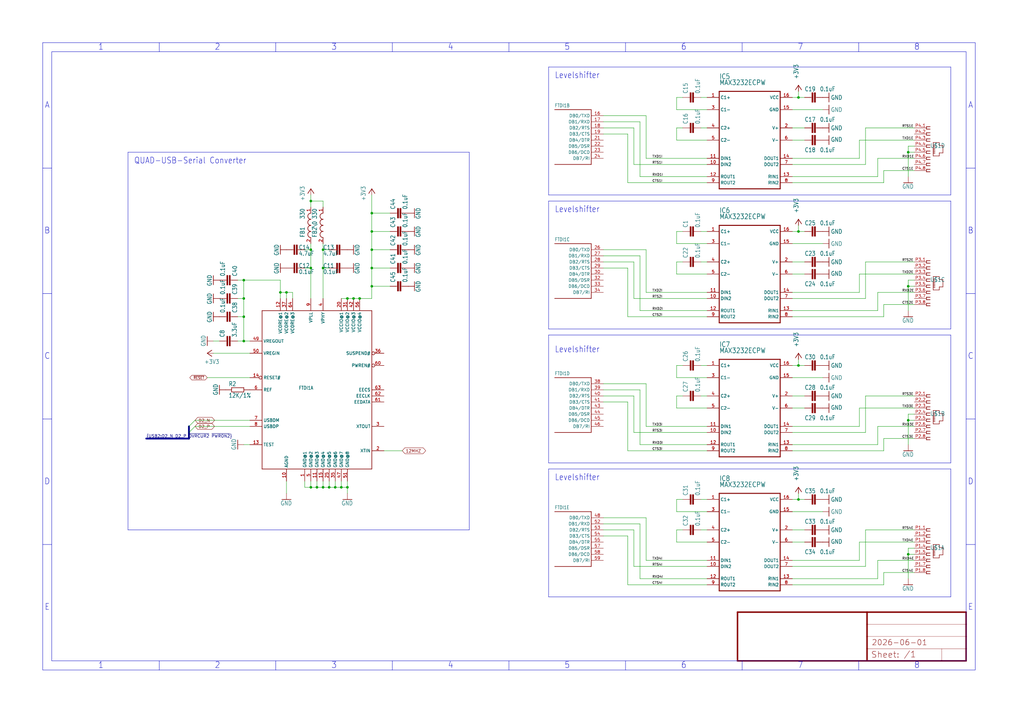
<source format=kicad_sch>
(kicad_sch (version 20230121) (generator eeschema)
  (paper "User" 426.72 299.872)
  (junction (at 119.38 121.92))
  (junction (at 137.16 203.2))
  (junction (at 378.46 119.38))
  (junction (at 101.6 142.24))
  (junction (at 101.6 116.84))
  (junction (at 154.94 88.9))
  (junction (at 134.62 104.14))
  (junction (at 378.46 231.14))
  (junction (at 332.74 152.4))
  (junction (at 332.74 40.64))
  (junction (at 144.78 124.46))
  (junction (at 129.54 203.2))
  (junction (at 116.84 121.92))
  (junction (at 332.74 96.52))
  (junction (at 378.46 63.5))
  (junction (at 129.54 111.76))
  (junction (at 142.24 203.2))
  (junction (at 139.7 203.2))
  (junction (at 144.78 203.2))
  (junction (at 147.32 124.46))
  (junction (at 154.94 96.52))
  (junction (at 129.54 83.82))
  (junction (at 149.86 124.46))
  (junction (at 134.62 111.76))
  (junction (at 101.6 132.08))
  (junction (at 332.74 208.28))
  (junction (at 154.94 104.14))
  (junction (at 129.54 104.14))
  (junction (at 101.6 124.46))
  (junction (at 132.08 203.2))
  (junction (at 154.94 111.76))
  (junction (at 154.94 119.38))
  (junction (at 134.62 203.2))
  (junction (at 378.46 175.26))
  (bus_entry (at 81.28 177.8) (size -2.54 2.54))
  (bus_entry (at 81.28 175.26) (size -2.54 2.54))
  (wire (pts (xy 332.74 40.64) (xy 335.28 40.64)) (stroke (width 0.1524)))
  (wire (pts (xy 368.3 187.96) (xy 368.3 182.88)) (stroke (width 0.1524)))
  (wire (pts (xy 284.48 109.22) (xy 281.94 109.22)) (stroke (width 0.1524)))
  (wire (pts (xy 261.62 55.88) (xy 251.46 55.88)) (stroke (width 0.1524)))
  (wire (pts (xy 129.54 83.82) (xy 134.62 83.82)) (stroke (width 0.1524)))
  (wire (pts (xy 127 203.2) (xy 129.54 203.2)) (stroke (width 0.1524)))
  (wire (pts (xy 381 175.26) (xy 378.46 175.26)) (stroke (width 0.1524)))
  (wire (pts (xy 104.14 142.24) (xy 101.6 142.24)) (stroke (width 0.1524)))
  (wire (pts (xy 132.08 203.2) (xy 134.62 203.2)) (stroke (width 0.1524)))
  (wire (pts (xy 101.6 185.42) (xy 104.14 185.42)) (stroke (width 0.1524)))
  (wire (pts (xy 261.62 187.96) (xy 261.62 167.64)) (stroke (width 0.1524)))
  (wire (pts (xy 119.38 200.66) (xy 119.38 205.74)) (stroke (width 0.1524)))
  (wire (pts (xy 144.78 124.46) (xy 142.24 124.46)) (stroke (width 0.1524)))
  (wire (pts (xy 294.64 243.84) (xy 261.62 243.84)) (stroke (width 0.1524)))
  (wire (pts (xy 330.2 185.42) (xy 365.76 185.42)) (stroke (width 0.1524)))
  (wire (pts (xy 269.24 215.9) (xy 251.46 215.9)) (stroke (width 0.1524)))
  (wire (pts (xy 365.76 66.04) (xy 381 66.04)) (stroke (width 0.1524)))
  (wire (pts (xy 129.54 81.28) (xy 129.54 83.82)) (stroke (width 0.1524)))
  (wire (pts (xy 88.9 142.24) (xy 91.44 142.24)) (stroke (width 0.1524)))
  (wire (pts (xy 335.28 114.3) (xy 330.2 114.3)) (stroke (width 0.1524)))
  (wire (pts (xy 342.9 101.6) (xy 330.2 101.6)) (stroke (width 0.1524)))
  (wire (pts (xy 368.3 127) (xy 381 127)) (stroke (width 0.1524)))
  (wire (pts (xy 269.24 233.68) (xy 269.24 215.9)) (stroke (width 0.1524)))
  (wire (pts (xy 134.62 83.82) (xy 134.62 86.36)) (stroke (width 0.1524)))
  (wire (pts (xy 330.2 187.96) (xy 368.3 187.96)) (stroke (width 0.1524)))
  (wire (pts (xy 378.46 60.96) (xy 378.46 63.5)) (stroke (width 0.1524)))
  (wire (pts (xy 154.94 111.76) (xy 162.56 111.76)) (stroke (width 0.1524)))
  (wire (pts (xy 281.94 53.34) (xy 281.94 58.42)) (stroke (width 0.1524)))
  (wire (pts (xy 378.46 228.6) (xy 378.46 231.14)) (stroke (width 0.1524)))
  (wire (pts (xy 269.24 104.14) (xy 251.46 104.14)) (stroke (width 0.1524)))
  (wire (pts (xy 99.06 124.46) (xy 101.6 124.46)) (stroke (width 0.1524)))
  (wire (pts (xy 269.24 121.92) (xy 269.24 104.14)) (stroke (width 0.1524)))
  (wire (pts (xy 281.94 96.52) (xy 281.94 101.6)) (stroke (width 0.1524)))
  (wire (pts (xy 335.28 109.22) (xy 330.2 109.22)) (stroke (width 0.1524)))
  (wire (pts (xy 292.1 40.64) (xy 294.64 40.64)) (stroke (width 0.1524)))
  (wire (pts (xy 365.76 121.92) (xy 381 121.92)) (stroke (width 0.1524)))
  (wire (pts (xy 251.46 53.34) (xy 264.16 53.34)) (stroke (width 0.1524)))
  (wire (pts (xy 99.06 142.24) (xy 101.6 142.24)) (stroke (width 0.1524)))
  (wire (pts (xy 294.64 114.3) (xy 281.94 114.3)) (stroke (width 0.1524)))
  (wire (pts (xy 294.64 187.96) (xy 261.62 187.96)) (stroke (width 0.1524)))
  (wire (pts (xy 358.14 66.04) (xy 330.2 66.04)) (stroke (width 0.1524)))
  (bus (pts (xy 78.74 177.8) (xy 78.74 180.34)) (stroke (width 0.762)))
  (wire (pts (xy 332.74 152.4) (xy 335.28 152.4)) (stroke (width 0.1524)))
  (wire (pts (xy 330.2 124.46) (xy 360.68 124.46)) (stroke (width 0.1524)))
  (wire (pts (xy 378.46 175.26) (xy 378.46 185.42)) (stroke (width 0.1524)))
  (wire (pts (xy 335.28 220.98) (xy 330.2 220.98)) (stroke (width 0.1524)))
  (wire (pts (xy 134.62 111.76) (xy 134.62 124.46)) (stroke (width 0.1524)))
  (wire (pts (xy 294.64 58.42) (xy 281.94 58.42)) (stroke (width 0.1524)))
  (wire (pts (xy 360.68 165.1) (xy 381 165.1)) (stroke (width 0.1524)))
  (wire (pts (xy 335.28 170.18) (xy 330.2 170.18)) (stroke (width 0.1524)))
  (wire (pts (xy 294.64 177.8) (xy 269.24 177.8)) (stroke (width 0.1524)))
  (wire (pts (xy 332.74 149.86) (xy 332.74 152.4)) (stroke (width 0.1524)))
  (polyline (pts (xy 228.6 27.94) (xy 228.6 81.28)) (stroke (width 0.1524) (type solid)))
  (polyline (pts (xy 53.34 63.5) (xy 53.34 220.98)) (stroke (width 0.1524) (type solid)))
  (wire (pts (xy 137.16 203.2) (xy 139.7 203.2)) (stroke (width 0.1524)))
  (wire (pts (xy 129.54 124.46) (xy 129.54 111.76)) (stroke (width 0.1524)))
  (wire (pts (xy 335.28 53.34) (xy 330.2 53.34)) (stroke (width 0.1524)))
  (wire (pts (xy 142.24 203.2) (xy 144.78 203.2)) (stroke (width 0.1524)))
  (wire (pts (xy 119.38 121.92) (xy 116.84 121.92)) (stroke (width 0.1524)))
  (wire (pts (xy 332.74 96.52) (xy 335.28 96.52)) (stroke (width 0.1524)))
  (wire (pts (xy 294.64 121.92) (xy 269.24 121.92)) (stroke (width 0.1524)))
  (wire (pts (xy 294.64 170.18) (xy 281.94 170.18)) (stroke (width 0.1524)))
  (wire (pts (xy 264.16 109.22) (xy 264.16 124.46)) (stroke (width 0.1524)))
  (wire (pts (xy 281.94 165.1) (xy 281.94 170.18)) (stroke (width 0.1524)))
  (wire (pts (xy 330.2 40.64) (xy 332.74 40.64)) (stroke (width 0.1524)))
  (wire (pts (xy 266.7 162.56) (xy 251.46 162.56)) (stroke (width 0.1524)))
  (wire (pts (xy 292.1 53.34) (xy 294.64 53.34)) (stroke (width 0.1524)))
  (wire (pts (xy 281.94 45.72) (xy 294.64 45.72)) (stroke (width 0.1524)))
  (wire (pts (xy 330.2 152.4) (xy 332.74 152.4)) (stroke (width 0.1524)))
  (wire (pts (xy 330.2 68.58) (xy 360.68 68.58)) (stroke (width 0.1524)))
  (wire (pts (xy 330.2 208.28) (xy 332.74 208.28)) (stroke (width 0.1524)))
  (wire (pts (xy 101.6 142.24) (xy 101.6 132.08)) (stroke (width 0.1524)))
  (wire (pts (xy 284.48 40.64) (xy 281.94 40.64)) (stroke (width 0.1524)))
  (wire (pts (xy 261.62 111.76) (xy 251.46 111.76)) (stroke (width 0.1524)))
  (polyline (pts (xy 228.6 248.92) (xy 396.24 248.92)) (stroke (width 0.1524) (type solid)))
  (wire (pts (xy 378.46 172.72) (xy 378.46 175.26)) (stroke (width 0.1524)))
  (wire (pts (xy 360.68 124.46) (xy 360.68 109.22)) (stroke (width 0.1524)))
  (wire (pts (xy 154.94 119.38) (xy 154.94 124.46)) (stroke (width 0.1524)))
  (wire (pts (xy 264.16 165.1) (xy 264.16 180.34)) (stroke (width 0.1524)))
  (wire (pts (xy 368.3 132.08) (xy 368.3 127)) (stroke (width 0.1524)))
  (wire (pts (xy 269.24 66.04) (xy 269.24 48.26)) (stroke (width 0.1524)))
  (wire (pts (xy 365.76 185.42) (xy 365.76 177.8)) (stroke (width 0.1524)))
  (wire (pts (xy 368.3 182.88) (xy 381 182.88)) (stroke (width 0.1524)))
  (polyline (pts (xy 228.6 195.58) (xy 228.6 248.92)) (stroke (width 0.1524) (type solid)))
  (wire (pts (xy 294.64 241.3) (xy 266.7 241.3)) (stroke (width 0.1524)))
  (wire (pts (xy 251.46 165.1) (xy 264.16 165.1)) (stroke (width 0.1524)))
  (polyline (pts (xy 195.58 220.98) (xy 195.58 63.5)) (stroke (width 0.1524) (type solid)))
  (wire (pts (xy 101.6 132.08) (xy 101.6 124.46)) (stroke (width 0.1524)))
  (wire (pts (xy 264.16 68.58) (xy 294.64 68.58)) (stroke (width 0.1524)))
  (wire (pts (xy 360.68 220.98) (xy 381 220.98)) (stroke (width 0.1524)))
  (polyline (pts (xy 396.24 137.16) (xy 396.24 83.82)) (stroke (width 0.1524) (type solid)))
  (wire (pts (xy 261.62 243.84) (xy 261.62 223.52)) (stroke (width 0.1524)))
  (wire (pts (xy 129.54 111.76) (xy 129.54 104.14)) (stroke (width 0.1524)))
  (polyline (pts (xy 228.6 83.82) (xy 228.6 137.16)) (stroke (width 0.1524) (type solid)))
  (polyline (pts (xy 228.6 81.28) (xy 396.24 81.28)) (stroke (width 0.1524) (type solid)))
  (wire (pts (xy 378.46 119.38) (xy 378.46 129.54)) (stroke (width 0.1524)))
  (bus (pts (xy 78.74 182.88) (xy 60.96 182.88)) (stroke (width 0.762)))
  (wire (pts (xy 365.76 129.54) (xy 365.76 121.92)) (stroke (width 0.1524)))
  (wire (pts (xy 360.68 68.58) (xy 360.68 53.34)) (stroke (width 0.1524)))
  (wire (pts (xy 330.2 132.08) (xy 368.3 132.08)) (stroke (width 0.1524)))
  (wire (pts (xy 162.56 104.14) (xy 154.94 104.14)) (stroke (width 0.1524)))
  (wire (pts (xy 332.74 205.74) (xy 332.74 208.28)) (stroke (width 0.1524)))
  (wire (pts (xy 335.28 165.1) (xy 330.2 165.1)) (stroke (width 0.1524)))
  (wire (pts (xy 284.48 220.98) (xy 281.94 220.98)) (stroke (width 0.1524)))
  (wire (pts (xy 162.56 119.38) (xy 154.94 119.38)) (stroke (width 0.1524)))
  (wire (pts (xy 137.16 203.2) (xy 137.16 200.66)) (stroke (width 0.1524)))
  (polyline (pts (xy 396.24 248.92) (xy 396.24 195.58)) (stroke (width 0.1524) (type solid)))
  (wire (pts (xy 281.94 40.64) (xy 281.94 45.72)) (stroke (width 0.1524)))
  (wire (pts (xy 358.14 121.92) (xy 330.2 121.92)) (stroke (width 0.1524)))
  (wire (pts (xy 261.62 167.64) (xy 251.46 167.64)) (stroke (width 0.1524)))
  (wire (pts (xy 342.9 45.72) (xy 330.2 45.72)) (stroke (width 0.1524)))
  (wire (pts (xy 381 170.18) (xy 358.14 170.18)) (stroke (width 0.1524)))
  (wire (pts (xy 269.24 160.02) (xy 251.46 160.02)) (stroke (width 0.1524)))
  (wire (pts (xy 358.14 170.18) (xy 358.14 177.8)) (stroke (width 0.1524)))
  (polyline (pts (xy 396.24 83.82) (xy 228.6 83.82)) (stroke (width 0.1524) (type solid)))
  (wire (pts (xy 284.48 152.4) (xy 281.94 152.4)) (stroke (width 0.1524)))
  (wire (pts (xy 281.94 152.4) (xy 281.94 157.48)) (stroke (width 0.1524)))
  (polyline (pts (xy 396.24 27.94) (xy 228.6 27.94)) (stroke (width 0.1524) (type solid)))
  (wire (pts (xy 292.1 96.52) (xy 294.64 96.52)) (stroke (width 0.1524)))
  (wire (pts (xy 264.16 236.22) (xy 294.64 236.22)) (stroke (width 0.1524)))
  (wire (pts (xy 154.94 104.14) (xy 154.94 111.76)) (stroke (width 0.1524)))
  (wire (pts (xy 101.6 124.46) (xy 101.6 116.84)) (stroke (width 0.1524)))
  (wire (pts (xy 134.62 203.2) (xy 137.16 203.2)) (stroke (width 0.1524)))
  (polyline (pts (xy 228.6 137.16) (xy 396.24 137.16)) (stroke (width 0.1524) (type solid)))
  (wire (pts (xy 154.94 81.28) (xy 154.94 88.9)) (stroke (width 0.1524)))
  (polyline (pts (xy 228.6 139.7) (xy 228.6 193.04)) (stroke (width 0.1524) (type solid)))
  (wire (pts (xy 281.94 208.28) (xy 281.94 213.36)) (stroke (width 0.1524)))
  (wire (pts (xy 154.94 124.46) (xy 149.86 124.46)) (stroke (width 0.1524)))
  (wire (pts (xy 330.2 73.66) (xy 365.76 73.66)) (stroke (width 0.1524)))
  (wire (pts (xy 292.1 109.22) (xy 294.64 109.22)) (stroke (width 0.1524)))
  (wire (pts (xy 358.14 58.42) (xy 358.14 66.04)) (stroke (width 0.1524)))
  (wire (pts (xy 292.1 208.28) (xy 294.64 208.28)) (stroke (width 0.1524)))
  (wire (pts (xy 129.54 203.2) (xy 132.08 203.2)) (stroke (width 0.1524)))
  (wire (pts (xy 266.7 218.44) (xy 251.46 218.44)) (stroke (width 0.1524)))
  (wire (pts (xy 281.94 109.22) (xy 281.94 114.3)) (stroke (width 0.1524)))
  (wire (pts (xy 119.38 121.92) (xy 119.38 124.46)) (stroke (width 0.1524)))
  (wire (pts (xy 144.78 203.2) (xy 144.78 200.66)) (stroke (width 0.1524)))
  (polyline (pts (xy 396.24 193.04) (xy 396.24 139.7)) (stroke (width 0.1524) (type solid)))
  (wire (pts (xy 381 116.84) (xy 378.46 116.84)) (stroke (width 0.1524)))
  (wire (pts (xy 358.14 233.68) (xy 330.2 233.68)) (stroke (width 0.1524)))
  (wire (pts (xy 381 231.14) (xy 378.46 231.14)) (stroke (width 0.1524)))
  (wire (pts (xy 330.2 243.84) (xy 368.3 243.84)) (stroke (width 0.1524)))
  (wire (pts (xy 116.84 116.84) (xy 101.6 116.84)) (stroke (width 0.1524)))
  (wire (pts (xy 365.76 177.8) (xy 381 177.8)) (stroke (width 0.1524)))
  (wire (pts (xy 378.46 116.84) (xy 378.46 119.38)) (stroke (width 0.1524)))
  (wire (pts (xy 266.7 73.66) (xy 266.7 50.8)) (stroke (width 0.1524)))
  (wire (pts (xy 381 60.96) (xy 378.46 60.96)) (stroke (width 0.1524)))
  (wire (pts (xy 294.64 226.06) (xy 281.94 226.06)) (stroke (width 0.1524)))
  (wire (pts (xy 116.84 121.92) (xy 116.84 116.84)) (stroke (width 0.1524)))
  (wire (pts (xy 261.62 132.08) (xy 261.62 111.76)) (stroke (width 0.1524)))
  (wire (pts (xy 284.48 96.52) (xy 281.94 96.52)) (stroke (width 0.1524)))
  (wire (pts (xy 332.74 38.1) (xy 332.74 40.64)) (stroke (width 0.1524)))
  (wire (pts (xy 266.7 185.42) (xy 266.7 162.56)) (stroke (width 0.1524)))
  (wire (pts (xy 154.94 111.76) (xy 154.94 119.38)) (stroke (width 0.1524)))
  (wire (pts (xy 365.76 241.3) (xy 365.76 233.68)) (stroke (width 0.1524)))
  (wire (pts (xy 368.3 243.84) (xy 368.3 238.76)) (stroke (width 0.1524)))
  (wire (pts (xy 360.68 109.22) (xy 381 109.22)) (stroke (width 0.1524)))
  (wire (pts (xy 139.7 203.2) (xy 142.24 203.2)) (stroke (width 0.1524)))
  (wire (pts (xy 266.7 241.3) (xy 266.7 218.44)) (stroke (width 0.1524)))
  (wire (pts (xy 358.14 114.3) (xy 358.14 121.92)) (stroke (width 0.1524)))
  (wire (pts (xy 292.1 152.4) (xy 294.64 152.4)) (stroke (width 0.1524)))
  (wire (pts (xy 365.76 233.68) (xy 381 233.68)) (stroke (width 0.1524)))
  (wire (pts (xy 88.9 147.32) (xy 104.14 147.32)) (stroke (width 0.1524)))
  (wire (pts (xy 266.7 106.68) (xy 251.46 106.68)) (stroke (width 0.1524)))
  (wire (pts (xy 101.6 132.08) (xy 99.06 132.08)) (stroke (width 0.1524)))
  (wire (pts (xy 154.94 88.9) (xy 154.94 96.52)) (stroke (width 0.1524)))
  (wire (pts (xy 266.7 50.8) (xy 251.46 50.8)) (stroke (width 0.1524)))
  (wire (pts (xy 381 228.6) (xy 378.46 228.6)) (stroke (width 0.1524)))
  (wire (pts (xy 365.76 73.66) (xy 365.76 66.04)) (stroke (width 0.1524)))
  (wire (pts (xy 332.74 93.98) (xy 332.74 96.52)) (stroke (width 0.1524)))
  (wire (pts (xy 134.62 200.66) (xy 134.62 203.2)) (stroke (width 0.1524)))
  (wire (pts (xy 134.62 104.14) (xy 134.62 111.76)) (stroke (width 0.1524)))
  (wire (pts (xy 381 53.34) (xy 360.68 53.34)) (stroke (width 0.1524)))
  (wire (pts (xy 330.2 96.52) (xy 332.74 96.52)) (stroke (width 0.1524)))
  (wire (pts (xy 330.2 129.54) (xy 365.76 129.54)) (stroke (width 0.1524)))
  (wire (pts (xy 269.24 177.8) (xy 269.24 160.02)) (stroke (width 0.1524)))
  (wire (pts (xy 81.28 177.8) (xy 104.14 177.8)) (stroke (width 0.1524)))
  (wire (pts (xy 284.48 208.28) (xy 281.94 208.28)) (stroke (width 0.1524)))
  (wire (pts (xy 104.14 157.48) (xy 86.36 157.48)) (stroke (width 0.1524)))
  (wire (pts (xy 142.24 203.2) (xy 142.24 200.66)) (stroke (width 0.1524)))
  (wire (pts (xy 294.64 129.54) (xy 266.7 129.54)) (stroke (width 0.1524)))
  (wire (pts (xy 292.1 220.98) (xy 294.64 220.98)) (stroke (width 0.1524)))
  (wire (pts (xy 292.1 165.1) (xy 294.64 165.1)) (stroke (width 0.1524)))
  (wire (pts (xy 330.2 236.22) (xy 360.68 236.22)) (stroke (width 0.1524)))
  (wire (pts (xy 116.84 124.46) (xy 116.84 121.92)) (stroke (width 0.1524)))
  (wire (pts (xy 294.64 73.66) (xy 266.7 73.66)) (stroke (width 0.1524)))
  (wire (pts (xy 160.02 187.96) (xy 167.64 187.96)) (stroke (width 0.1524)))
  (polyline (pts (xy 53.34 220.98) (xy 195.58 220.98)) (stroke (width 0.1524) (type solid)))
  (wire (pts (xy 264.16 53.34) (xy 264.16 68.58)) (stroke (width 0.1524)))
  (wire (pts (xy 378.46 231.14) (xy 378.46 241.3)) (stroke (width 0.1524)))
  (wire (pts (xy 368.3 238.76) (xy 381 238.76)) (stroke (width 0.1524)))
  (wire (pts (xy 294.64 132.08) (xy 261.62 132.08)) (stroke (width 0.1524)))
  (wire (pts (xy 154.94 96.52) (xy 154.94 104.14)) (stroke (width 0.1524)))
  (wire (pts (xy 332.74 208.28) (xy 335.28 208.28)) (stroke (width 0.1524)))
  (wire (pts (xy 330.2 76.2) (xy 368.3 76.2)) (stroke (width 0.1524)))
  (polyline (pts (xy 228.6 193.04) (xy 396.24 193.04)) (stroke (width 0.1524) (type solid)))
  (bus (pts (xy 78.74 180.34) (xy 78.74 182.88)) (stroke (width 0.762)))
  (wire (pts (xy 269.24 48.26) (xy 251.46 48.26)) (stroke (width 0.1524)))
  (wire (pts (xy 121.92 121.92) (xy 119.38 121.92)) (stroke (width 0.1524)))
  (wire (pts (xy 378.46 63.5) (xy 378.46 73.66)) (stroke (width 0.1524)))
  (wire (pts (xy 342.9 157.48) (xy 330.2 157.48)) (stroke (width 0.1524)))
  (wire (pts (xy 251.46 109.22) (xy 264.16 109.22)) (stroke (width 0.1524)))
  (wire (pts (xy 137.16 104.14) (xy 134.62 104.14)) (stroke (width 0.1524)))
  (wire (pts (xy 368.3 76.2) (xy 368.3 71.12)) (stroke (width 0.1524)))
  (wire (pts (xy 381 114.3) (xy 358.14 114.3)) (stroke (width 0.1524)))
  (wire (pts (xy 342.9 213.36) (xy 330.2 213.36)) (stroke (width 0.1524)))
  (wire (pts (xy 294.64 76.2) (xy 261.62 76.2)) (stroke (width 0.1524)))
  (wire (pts (xy 264.16 124.46) (xy 294.64 124.46)) (stroke (width 0.1524)))
  (polyline (pts (xy 396.24 139.7) (xy 228.6 139.7)) (stroke (width 0.1524) (type solid)))
  (wire (pts (xy 129.54 83.82) (xy 129.54 86.36)) (stroke (width 0.1524)))
  (wire (pts (xy 360.68 236.22) (xy 360.68 220.98)) (stroke (width 0.1524)))
  (polyline (pts (xy 396.24 81.28) (xy 396.24 27.94)) (stroke (width 0.1524) (type solid)))
  (wire (pts (xy 330.2 241.3) (xy 365.76 241.3)) (stroke (width 0.1524)))
  (wire (pts (xy 294.64 233.68) (xy 269.24 233.68)) (stroke (width 0.1524)))
  (wire (pts (xy 251.46 220.98) (xy 264.16 220.98)) (stroke (width 0.1524)))
  (wire (pts (xy 101.6 116.84) (xy 99.06 116.84)) (stroke (width 0.1524)))
  (wire (pts (xy 281.94 220.98) (xy 281.94 226.06)) (stroke (width 0.1524)))
  (wire (pts (xy 129.54 200.66) (xy 129.54 203.2)) (stroke (width 0.1524)))
  (wire (pts (xy 162.56 88.9) (xy 154.94 88.9)) (stroke (width 0.1524)))
  (wire (pts (xy 144.78 205.74) (xy 144.78 203.2)) (stroke (width 0.1524)))
  (wire (pts (xy 266.7 129.54) (xy 266.7 106.68)) (stroke (width 0.1524)))
  (wire (pts (xy 121.92 124.46) (xy 121.92 121.92)) (stroke (width 0.1524)))
  (wire (pts (xy 381 71.12) (xy 368.3 71.12)) (stroke (width 0.1524)))
  (wire (pts (xy 381 58.42) (xy 358.14 58.42)) (stroke (width 0.1524)))
  (wire (pts (xy 81.28 175.26) (xy 104.14 175.26)) (stroke (width 0.1524)))
  (wire (pts (xy 261.62 76.2) (xy 261.62 55.88)) (stroke (width 0.1524)))
  (wire (pts (xy 381 63.5) (xy 378.46 63.5)) (stroke (width 0.1524)))
  (wire (pts (xy 137.16 111.76) (xy 134.62 111.76)) (stroke (width 0.1524)))
  (wire (pts (xy 360.68 180.34) (xy 360.68 165.1)) (stroke (width 0.1524)))
  (wire (pts (xy 154.94 96.52) (xy 162.56 96.52)) (stroke (width 0.1524)))
  (wire (pts (xy 381 226.06) (xy 358.14 226.06)) (stroke (width 0.1524)))
  (wire (pts (xy 358.14 177.8) (xy 330.2 177.8)) (stroke (width 0.1524)))
  (wire (pts (xy 284.48 165.1) (xy 281.94 165.1)) (stroke (width 0.1524)))
  (wire (pts (xy 134.62 104.14) (xy 134.62 101.6)) (stroke (width 0.1524)))
  (wire (pts (xy 284.48 53.34) (xy 281.94 53.34)) (stroke (width 0.1524)))
  (wire (pts (xy 281.94 213.36) (xy 294.64 213.36)) (stroke (width 0.1524)))
  (wire (pts (xy 281.94 157.48) (xy 294.64 157.48)) (stroke (width 0.1524)))
  (wire (pts (xy 261.62 223.52) (xy 251.46 223.52)) (stroke (width 0.1524)))
  (wire (pts (xy 381 172.72) (xy 378.46 172.72)) (stroke (width 0.1524)))
  (wire (pts (xy 264.16 180.34) (xy 294.64 180.34)) (stroke (width 0.1524)))
  (wire (pts (xy 139.7 200.66) (xy 139.7 203.2)) (stroke (width 0.1524)))
  (wire (pts (xy 358.14 226.06) (xy 358.14 233.68)) (stroke (width 0.1524)))
  (polyline (pts (xy 195.58 63.5) (xy 53.34 63.5)) (stroke (width 0.1524) (type solid)))
  (polyline (pts (xy 396.24 195.58) (xy 228.6 195.58)) (stroke (width 0.1524) (type solid)))
  (wire (pts (xy 127 104.14) (xy 129.54 104.14)) (stroke (width 0.1524)))
  (wire (pts (xy 127 200.66) (xy 127 203.2)) (stroke (width 0.1524)))
  (wire (pts (xy 127 111.76) (xy 129.54 111.76)) (stroke (width 0.1524)))
  (wire (pts (xy 294.64 66.04) (xy 269.24 66.04)) (stroke (width 0.1524)))
  (wire (pts (xy 330.2 180.34) (xy 360.68 180.34)) (stroke (width 0.1524)))
  (wire (pts (xy 281.94 101.6) (xy 294.64 101.6)) (stroke (width 0.1524)))
  (wire (pts (xy 149.86 124.46) (xy 147.32 124.46)) (stroke (width 0.1524)))
  (wire (pts (xy 132.08 203.2) (xy 132.08 200.66)) (stroke (width 0.1524)))
  (wire (pts (xy 335.28 226.06) (xy 330.2 226.06)) (stroke (width 0.1524)))
  (wire (pts (xy 381 119.38) (xy 378.46 119.38)) (stroke (width 0.1524)))
  (wire (pts (xy 147.32 124.46) (xy 144.78 124.46)) (stroke (width 0.1524)))
  (wire (pts (xy 264.16 220.98) (xy 264.16 236.22)) (stroke (width 0.1524)))
  (wire (pts (xy 294.64 185.42) (xy 266.7 185.42)) (stroke (width 0.1524)))
  (wire (pts (xy 335.28 58.42) (xy 330.2 58.42)) (stroke (width 0.1524)))
  (wire (pts (xy 129.54 104.14) (xy 129.54 101.6)) (stroke (width 0.1524)))
  (polyline (pts (xy 114.935 275.59) (xy 114.935 279.4)))
  (polyline (pts (xy 17.78 174.752) (xy 21.59 174.752)))
  (polyline (pts (xy 402.59 275.59) (xy 21.59 275.59)))
  (polyline (pts (xy 114.935 17.78) (xy 114.935 21.59)))
  (polyline (pts (xy 402.59 174.752) (xy 406.4 174.752)))
  (polyline (pts (xy 260.6675 17.78) (xy 260.6675 21.59)))
  (polyline (pts (xy 212.09 275.59) (xy 212.09 279.4)))
  (polyline (pts (xy 212.09 17.78) (xy 212.09 21.59)))
  (polyline (pts (xy 17.78 70.104) (xy 21.59 70.104)))
  (polyline (pts (xy 402.59 122.428) (xy 406.4 122.428)))
  (polyline (pts (xy 402.59 70.104) (xy 406.4 70.104)))
  (polyline (pts (xy 163.5125 17.78) (xy 163.5125 21.59)))
  (polyline (pts (xy 357.8225 17.78) (xy 357.8225 21.59)))
  (polyline (pts (xy 21.59 21.59) (xy 21.59 275.59)))
  (polyline (pts (xy 402.59 227.076) (xy 406.4 227.076)))
  (polyline (pts (xy 17.78 17.78) (xy 406.4 17.78) (xy 406.4 279.4) (xy 17.78 279.4) (xy 17.78 17.78)))
  (polyline (pts (xy 17.78 122.428) (xy 21.59 122.428)))
  (polyline (pts (xy 309.245 275.59) (xy 309.245 279.4)))
  (polyline (pts (xy 402.59 21.59) (xy 402.59 275.59)))
  (polyline (pts (xy 17.78 227.076) (xy 21.59 227.076)))
  (polyline (pts (xy 163.5125 275.59) (xy 163.5125 279.4)))
  (polyline (pts (xy 309.245 17.78) (xy 309.245 21.59)))
  (polyline (pts (xy 66.3575 17.78) (xy 66.3575 21.59)))
  (polyline (pts (xy 357.8225 275.59) (xy 357.8225 279.4)))
  (polyline (pts (xy 260.6675 275.59) (xy 260.6675 279.4)))
  (polyline (pts (xy 66.3575 275.59) (xy 66.3575 279.4)))
  (polyline (pts (xy 402.59 21.59) (xy 21.59 21.59)))
  (text "D" (at 19.685 200.914 0) (effects (font (size 2.54 2.286))))
  (text "QUAD-USB-Serial Converter" (at 55.88 68.58 0) (effects (font (size 2.54 2.159)) (justify left bottom)))
  (text "Levelshifter" (at 231.14 147.32 0) (effects (font (size 2.54 2.159)) (justify left bottom)))
  (text "Levelshifter" (at 231.14 33.02 0) (effects (font (size 2.54 2.159)) (justify left bottom)))
  (text "C" (at 404.495 148.59 0) (effects (font (size 2.54 2.286))))
  (text "A" (at 404.495 43.942 0) (effects (font (size 2.54 2.286))))
  (text "7" (at 333.5338 277.495 0) (effects (font (size 2.54 2.286))))
  (text "6" (at 284.9563 277.495 0) (effects (font (size 2.54 2.286))))
  (text "4" (at 187.8013 19.685 0) (effects (font (size 2.54 2.286))))
  (text "5" (at 236.3788 277.495 0) (effects (font (size 2.54 2.286))))
  (text "3" (at 139.2238 277.495 0) (effects (font (size 2.54 2.286))))
  (text "A" (at 19.685 43.942 0) (effects (font (size 2.54 2.286))))
  (text "B" (at 19.685 96.266 0) (effects (font (size 2.54 2.286))))
  (text "1" (at 42.0688 277.495 0) (effects (font (size 2.54 2.286))))
  (text "2" (at 90.6463 277.495 0) (effects (font (size 2.54 2.286))))
  (text "5" (at 236.3788 19.685 0) (effects (font (size 2.54 2.286))))
  (text "Levelshifter" (at 231.14 200.66 0) (effects (font (size 2.54 2.159)) (justify left bottom)))
  (text "2" (at 90.6463 19.685 0) (effects (font (size 2.54 2.286))))
  (text "B" (at 404.495 96.266 0) (effects (font (size 2.54 2.286))))
  (text "C" (at 19.685 148.59 0) (effects (font (size 2.54 2.286))))
  (text "1" (at 42.0688 19.685 0) (effects (font (size 2.54 2.286))))
  (text "D" (at 404.495 200.914 0) (effects (font (size 2.54 2.286))))
  (text "8" (at 382.1113 19.685 0) (effects (font (size 2.54 2.286))))
  (text "6" (at 284.9563 19.685 0) (effects (font (size 2.54 2.286))))
  (text "8" (at 382.1113 277.495 0) (effects (font (size 2.54 2.286))))
  (text "4" (at 187.8013 277.495 0) (effects (font (size 2.54 2.286))))
  (text "3" (at 139.2238 19.685 0) (effects (font (size 2.54 2.286))))
  (text "E" (at 404.495 253.238 0) (effects (font (size 2.54 2.286))))
  (text "E" (at 19.685 253.238 0) (effects (font (size 2.54 2.286))))
  (text "7" (at 333.5338 19.685 0) (effects (font (size 2.54 2.286))))
  (text "Levelshifter" (at 231.14 88.9 0) (effects (font (size 2.54 2.159)) (justify left bottom)))
  (label "RXD2E" (at 375.92 121.92 0) (effects (font (size 0.9957 0.9957))))
  (label "RTS1E" (at 375.92 53.34 0) (effects (font (size 0.9957 0.9957))))
  (label "CTS4I" (at 271.78 243.84 0) (effects (font (size 0.9957 0.9957))))
  (label "RXD4E" (at 375.92 233.68 0) (effects (font (size 0.9957 0.9957))))
  (label "TXD2E" (at 375.92 114.3 0) (effects (font (size 0.9957 0.9957))))
  (label "TXD3I" (at 271.78 177.8 0) (effects (font (size 0.9957 0.9957))))
  (label "RXD2I" (at 271.78 129.54 0) (effects (font (size 0.9957 0.9957))))
  (label "RXD3I" (at 271.78 185.42 0) (effects (font (size 0.9957 0.9957))))
  (label "CTS3E" (at 375.92 182.88 0) (effects (font (size 0.9957 0.9957))))
  (label "RXD1E" (at 375.92 66.04 0) (effects (font (size 0.9957 0.9957))))
  (label "RTS4E" (at 375.92 220.98 0) (effects (font (size 0.9957 0.9957))))
  (label "RXD3E" (at 375.92 177.8 0) (effects (font (size 0.9957 0.9957))))
  (label "RTS2E" (at 375.92 109.22 0) (effects (font (size 0.9957 0.9957))))
  (label "RTS4I" (at 271.78 236.22 0) (effects (font (size 0.9957 0.9957))))
  (label "CTS1I" (at 271.78 76.2 0) (effects (font (size 0.9957 0.9957))))
  (label "TXD4E" (at 375.92 226.06 0) (effects (font (size 0.9957 0.9957))))
  (label "{USB2:D2_N D2_P ~{OVRCUR2} ~{PWRON2}}" (at 60.96 182.88 0) (effects (font (size 1.2446 1.2446))))
  (label "CTS2E" (at 375.92 127 0) (effects (font (size 0.9957 0.9957))))
  (label "TXD3E" (at 375.92 170.18 0) (effects (font (size 0.9957 0.9957))))
  (label "RTS1I" (at 271.78 68.58 0) (effects (font (size 0.9957 0.9957))))
  (label "CTS1E" (at 375.92 71.12 0) (effects (font (size 0.9957 0.9957))))
  (label "TXD2I" (at 271.78 121.92 0) (effects (font (size 0.9957 0.9957))))
  (label "RTS3E" (at 375.92 165.1 0) (effects (font (size 0.9957 0.9957))))
  (label "TXD1E" (at 375.92 58.42 0) (effects (font (size 0.9957 0.9957))))
  (label "CTS4E" (at 375.92 238.76 0) (effects (font (size 0.9957 0.9957))))
  (label "RXD4I" (at 271.78 241.3 0) (effects (font (size 0.9957 0.9957))))
  (label "RTS3I" (at 271.78 180.34 0) (effects (font (size 0.9957 0.9957))))
  (label "TXD4I" (at 271.78 233.68 0) (effects (font (size 0.9957 0.9957))))
  (label "CTS2I" (at 271.78 132.08 0) (effects (font (size 0.9957 0.9957))))
  (label "CTS3I" (at 271.78 187.96 0) (effects (font (size 0.9957 0.9957))))
  (label "RXD1I" (at 271.78 73.66 0) (effects (font (size 0.9957 0.9957))))
  (label "TXD1I" (at 271.78 66.04 0) (effects (font (size 0.9957 0.9957))))
  (label "RTS2I" (at 271.78 124.46 0) (effects (font (size 0.9957 0.9957))))
  (global_label "D2_N" (shape bidirectional) (at 81.28 175.26 0) (effects (font (size 1.2446 1.2446))) (property "Intersheetrefs" "${INTERSHEET_REFS}" (effects hide)))
  (global_label "12MHZ" (shape bidirectional) (at 167.64 187.96 0) (effects (font (size 1.2446 1.2446))) (property "Intersheetrefs" "${INTERSHEET_REFS}" (effects hide)))
  (global_label "D2_P" (shape bidirectional) (at 81.28 177.8 0) (effects (font (size 1.2446 1.2446))) (property "Intersheetrefs" "${INTERSHEET_REFS}" (effects hide)))
  (global_label "~{RESET}" (shape bidirectional) (at 86.36 157.48 180) (effects (font (size 0.9957 0.9957))) (property "Intersheetrefs" "${INTERSHEET_REFS}" (effects hide)))
  (symbol (lib_id "freetserv-eagle-import:GND") (at 86.36 142.24 270) (unit 1)
    (property "Reference" "#GND14" (effects hide))
    (property "Value" "GND" (at 83.82 139.7 0) (effects (font (size 1.778 1.5113)) (justify left bottom)))
  )
  (symbol (lib_id "freetserv-eagle-import:+3V3") (at 154.94 78.74 0) (unit 1)
    (property "Reference" "#+3V1" (effects hide))
    (property "Value" "+3V3" (at 152.4 83.82 90) (effects (font (size 1.778 1.5113)) (justify left bottom)))
  )
  (symbol (lib_id "freetserv-eagle-import:GND") (at 119.38 208.28 0) (unit 1)
    (property "Reference" "#GND19" (effects hide))
    (property "Value" "GND" (at 116.84 210.82 0) (effects (font (size 1.778 1.5113)) (justify left bottom)))
  )
  (symbol (lib_id "freetserv-eagle-import:C-EUC0805") (at 165.1 96.52 90) (unit 1)
    (property "Reference" "C43" (at 164.719 94.996 0) (effects (font (size 1.778 1.5113)) (justify left bottom)))
    (property "Value" "0.1uF" (at 169.799 94.996 0) (effects (font (size 1.778 1.5113)) (justify left bottom)))
    (property "Footprint" "freetserv:C0805" (effects hide))
    (property "PARTNO" "1276-1003-1-ND" (effects hide))
  )
  (symbol (lib_id "freetserv-eagle-import:C-EUC0805") (at 287.02 165.1 90) (unit 1)
    (property "Reference" "C27" (at 286.639 163.576 0) (effects (font (size 1.778 1.5113)) (justify left bottom)))
    (property "Value" "0.1uF" (at 291.719 163.576 0) (effects (font (size 1.778 1.5113)) (justify left bottom)))
    (property "Footprint" "freetserv:C0805" (effects hide))
    (property "PARTNO" "1276-1003-1-ND" (effects hide))
  )
  (symbol (lib_id "freetserv-eagle-import:GND") (at 345.44 152.4 90) (unit 1)
    (property "Reference" "#GND44" (effects hide))
    (property "Value" "GND" (at 346.202 153.416 90) (effects (font (size 1.778 1.5113)) (justify right top)))
  )
  (symbol (lib_id "freetserv-eagle-import:C-EUC0805") (at 124.46 104.14 270) (unit 1)
    (property "Reference" "C14" (at 124.46 104.14 90) (effects (font (size 1.778 1.5113)) (justify left bottom)))
    (property "Value" "4.7uF" (at 124.46 106.68 90) (effects (font (size 1.778 1.5113)) (justify left bottom)))
    (property "Footprint" "freetserv:C0805" (effects hide))
    (property "PARTNO" "1276-2972-1-ND" (effects hide))
  )
  (symbol (lib_id "freetserv-eagle-import:C-EUC0805") (at 340.36 53.34 270) (mirror x) (unit 1)
    (property "Reference" "C17" (at 335.28 50.8 90) (effects (font (size 1.778 1.5113)) (justify left top)))
    (property "Value" "0.1uF" (at 341.63 50.8 90) (effects (font (size 1.778 1.5113)) (justify left top)))
    (property "Footprint" "freetserv:C0805" (effects hide))
    (property "PARTNO" "1276-1003-1-ND" (effects hide))
  )
  (symbol (lib_id "freetserv-eagle-import:GND") (at 345.44 58.42 90) (unit 1)
    (property "Reference" "#GND28" (effects hide))
    (property "Value" "GND" (at 346.202 59.182 90) (effects (font (size 1.778 1.5113)) (justify right top)))
  )
  (symbol (lib_id "freetserv-eagle-import:GND") (at 144.78 208.28 0) (unit 1)
    (property "Reference" "#GND16" (effects hide))
    (property "Value" "GND" (at 142.24 210.82 0) (effects (font (size 1.778 1.5113)) (justify left bottom)))
  )
  (symbol (lib_id "freetserv-eagle-import:MAX3232ECPW") (at 312.42 170.18 0) (unit 1)
    (property "Reference" "IC7" (at 299.72 144.78 0) (effects (font (size 2.0828 1.7703)) (justify left bottom)))
    (property "Value" "MAX3232ECPW" (at 299.72 147.32 0) (effects (font (size 2.0828 1.7703)) (justify left bottom)))
    (property "Footprint" "freetserv:SOP65P640X120-16N" (effects hide))
    (property "PARTNO" "296-19263-1-ND" (effects hide))
  )
  (symbol (lib_id "freetserv-eagle-import:SS73100-046F_DWG") (at 386.08 116.84 0) (unit 3)
    (property "Reference" "U$1" (at 387.604 117.602 0) (effects (font (size 1.778 1.5113)) (justify left bottom)))
    (property "Value" "SS73100-046F_DWG" (effects hide))
    (property "Footprint" "freetserv:SS73100-046F" (effects hide))
    (property "PARTNO" "380-1225-ND" (effects hide))
  )
  (symbol (lib_id "freetserv-eagle-import:WE-KI_0805A") (at 134.62 93.98 90) (mirror x) (unit 1)
    (property "Reference" "FB2\\0" (at 132.08 99.06 0) (effects (font (size 1.778 1.5113)) (justify right bottom)))
    (property "Value" "330" (at 132.08 91.44 0) (effects (font (size 1.778 1.5113)) (justify right bottom)))
    (property "Footprint" "freetserv:WE-KI_0805A" (effects hide))
    (property "PARTNO" "490-5988-1-ND" (effects hide))
  )
  (symbol (lib_id "freetserv-eagle-import:GND") (at 116.84 111.76 270) (mirror x) (unit 1)
    (property "Reference" "#GND22" (effects hide))
    (property "Value" "GND" (at 114.3 114.3 0) (effects (font (size 1.778 1.5113)) (justify left bottom)))
  )
  (symbol (lib_id "freetserv-eagle-import:FT4232HL") (at 134.62 170.18 0) (unit 1)
    (property "Reference" "FTDI1" (at 124.46 162.56 0) (effects (font (size 1.4224 1.209)) (justify left bottom)))
    (property "Value" "FT4232HL" (effects hide))
    (property "Footprint" "freetserv:LQFP64" (effects hide))
    (property "PARTNO" "768-1026-1-ND" (effects hide))
  )
  (symbol (lib_id "freetserv-eagle-import:GND") (at 172.72 96.52 90) (unit 1)
    (property "Reference" "#GND54" (effects hide))
    (property "Value" "GND" (at 175.26 99.06 0) (effects (font (size 1.778 1.5113)) (justify left bottom)))
  )
  (symbol (lib_id "freetserv-eagle-import:+3V3") (at 332.74 203.2 0) (unit 1)
    (property "Reference" "#+3V10" (effects hide))
    (property "Value" "+3V3" (at 332.74 200.66 90) (effects (font (size 1.778 1.5113)) (justify left bottom)))
  )
  (symbol (lib_id "freetserv-eagle-import:C-EUC0805") (at 340.36 220.98 270) (mirror x) (unit 1)
    (property "Reference" "C33" (at 335.28 218.44 90) (effects (font (size 1.778 1.5113)) (justify left top)))
    (property "Value" "0.1uF" (at 341.63 218.44 90) (effects (font (size 1.778 1.5113)) (justify left top)))
    (property "Footprint" "freetserv:C0805" (effects hide))
    (property "PARTNO" "1276-1003-1-ND" (effects hide))
  )
  (symbol (lib_id "freetserv-eagle-import:C-EUC0805") (at 340.36 152.4 270) (mirror x) (unit 1)
    (property "Reference" "C30" (at 335.28 149.86 90) (effects (font (size 1.778 1.5113)) (justify left top)))
    (property "Value" "0.1uF" (at 341.63 149.86 90) (effects (font (size 1.778 1.5113)) (justify left top)))
    (property "Footprint" "freetserv:C0805" (effects hide))
    (property "PARTNO" "1276-1003-1-ND" (effects hide))
  )
  (symbol (lib_id "freetserv-eagle-import:C-EUC0805") (at 165.1 104.14 90) (unit 1)
    (property "Reference" "C42" (at 164.719 102.616 0) (effects (font (size 1.778 1.5113)) (justify left bottom)))
    (property "Value" "0.1uF" (at 169.799 102.616 0) (effects (font (size 1.778 1.5113)) (justify left bottom)))
    (property "Footprint" "freetserv:C0805" (effects hide))
    (property "PARTNO" "1276-1003-1-ND" (effects hide))
  )
  (symbol (lib_id "freetserv-eagle-import:GND") (at 345.44 220.98 90) (unit 1)
    (property "Reference" "#GND48" (effects hide))
    (property "Value" "GND" (at 346.202 221.996 90) (effects (font (size 1.778 1.5113)) (justify right top)))
  )
  (symbol (lib_id "freetserv-eagle-import:C-EUC0805") (at 340.36 109.22 270) (mirror x) (unit 1)
    (property "Reference" "C23" (at 335.28 106.68 90) (effects (font (size 1.778 1.5113)) (justify left top)))
    (property "Value" "0.1uF" (at 341.63 106.68 90) (effects (font (size 1.778 1.5113)) (justify left top)))
    (property "Footprint" "freetserv:C0805" (effects hide))
    (property "PARTNO" "1276-1003-1-ND" (effects hide))
  )
  (symbol (lib_id "freetserv-eagle-import:C-EUC0805") (at 139.7 104.14 90) (unit 1)
    (property "Reference" "C13" (at 134.62 104.14 90) (effects (font (size 1.778 1.5113)) (justify right top)))
    (property "Value" "4.7uF" (at 134.62 106.68 90) (effects (font (size 1.778 1.5113)) (justify right top)))
    (property "Footprint" "freetserv:C0805" (effects hide))
    (property "PARTNO" "1276-2972-1-ND" (effects hide))
  )
  (symbol (lib_id "freetserv-eagle-import:C-EUC0805") (at 96.52 124.46 270) (mirror x) (unit 1)
    (property "Reference" "C39" (at 96.901 122.936 0) (effects (font (size 1.778 1.5113)) (justify left bottom)))
    (property "Value" "0.1uF" (at 91.821 122.936 0) (effects (font (size 1.778 1.5113)) (justify left bottom)))
    (property "Footprint" "freetserv:C0805" (effects hide))
    (property "PARTNO" "1276-1003-1-ND" (effects hide))
  )
  (symbol (lib_id "freetserv-eagle-import:C-EUC0805") (at 340.36 114.3 270) (mirror x) (unit 1)
    (property "Reference" "C24" (at 335.28 119.38 90) (effects (font (size 1.778 1.5113)) (justify left top)))
    (property "Value" "0.1uF" (at 341.63 119.38 90) (effects (font (size 1.778 1.5113)) (justify left top)))
    (property "Footprint" "freetserv:C0805" (effects hide))
    (property "PARTNO" "1276-1003-1-ND" (effects hide))
  )
  (symbol (lib_id "freetserv-eagle-import:FT4232HL") (at 238.76 226.06 0) (unit 5)
    (property "Reference" "FTDI1" (at 231.14 212.4075 0) (effects (font (size 1.4224 1.209)) (justify left bottom)))
    (property "Value" "FT4232HL" (effects hide))
    (property "Footprint" "freetserv:LQFP64" (effects hide))
    (property "PARTNO" "768-1026-1-ND" (effects hide))
  )
  (symbol (lib_id "freetserv-eagle-import:C-EUC0805") (at 287.02 53.34 90) (unit 1)
    (property "Reference" "C16" (at 286.639 51.816 0) (effects (font (size 1.778 1.5113)) (justify left bottom)))
    (property "Value" "0.1uF" (at 291.719 51.816 0) (effects (font (size 1.778 1.5113)) (justify left bottom)))
    (property "Footprint" "freetserv:C0805" (effects hide))
    (property "PARTNO" "1276-1003-1-ND" (effects hide))
  )
  (symbol (lib_id "freetserv-eagle-import:+3V3") (at 332.74 91.44 0) (unit 1)
    (property "Reference" "#+3V8" (effects hide))
    (property "Value" "+3V3" (at 332.74 88.9 90) (effects (font (size 1.778 1.5113)) (justify left bottom)))
  )
  (symbol (lib_id "freetserv-eagle-import:GND") (at 345.44 45.72 90) (unit 1)
    (property "Reference" "#GND26" (effects hide))
    (property "Value" "GND" (at 346.202 46.736 90) (effects (font (size 1.778 1.5113)) (justify right top)))
  )
  (symbol (lib_id "freetserv-eagle-import:GND") (at 345.44 109.22 90) (unit 1)
    (property "Reference" "#GND25" (effects hide))
    (property "Value" "GND" (at 346.202 110.236 90) (effects (font (size 1.778 1.5113)) (justify right top)))
  )
  (symbol (lib_id "freetserv-eagle-import:C-EUC0805") (at 96.52 132.08 270) (mirror x) (unit 1)
    (property "Reference" "C38" (at 96.901 130.556 0) (effects (font (size 1.778 1.5113)) (justify left bottom)))
    (property "Value" "0.1uF" (at 91.821 130.556 0) (effects (font (size 1.778 1.5113)) (justify left bottom)))
    (property "Footprint" "freetserv:C0805" (effects hide))
    (property "PARTNO" "1276-1003-1-ND" (effects hide))
  )
  (symbol (lib_id "freetserv-eagle-import:C-EUC0805") (at 124.46 111.76 270) (unit 1)
    (property "Reference" "C12" (at 124.46 111.76 90) (effects (font (size 1.778 1.5113)) (justify left bottom)))
    (property "Value" "0.1uF" (at 124.46 114.3 90) (effects (font (size 1.778 1.5113)) (justify left bottom)))
    (property "Footprint" "freetserv:C0805" (effects hide))
    (property "PARTNO" "1276-1003-1-ND" (effects hide))
  )
  (symbol (lib_id "freetserv-eagle-import:SS73100-046F_DWG") (at 386.08 228.6 0) (unit 1)
    (property "Reference" "U$1" (at 387.604 229.362 0) (effects (font (size 1.778 1.5113)) (justify left bottom)))
    (property "Value" "SS73100-046F_DWG" (effects hide))
    (property "Footprint" "freetserv:SS73100-046F" (effects hide))
    (property "PARTNO" "380-1225-ND" (effects hide))
  )
  (symbol (lib_id "freetserv-eagle-import:C-EUC0805") (at 165.1 119.38 90) (unit 1)
    (property "Reference" "C45" (at 164.719 117.856 0) (effects (font (size 1.778 1.5113)) (justify left bottom)))
    (property "Value" "0.1uF" (at 169.799 117.856 0) (effects (font (size 1.778 1.5113)) (justify left bottom)))
    (property "Footprint" "freetserv:C0805" (effects hide))
    (property "PARTNO" "1276-1003-1-ND" (effects hide))
  )
  (symbol (lib_id "freetserv-eagle-import:GND") (at 345.44 53.34 90) (unit 1)
    (property "Reference" "#GND29" (effects hide))
    (property "Value" "GND" (at 346.202 54.356 90) (effects (font (size 1.778 1.5113)) (justify right top)))
  )
  (symbol (lib_id "freetserv-eagle-import:GND") (at 345.44 96.52 90) (unit 1)
    (property "Reference" "#GND27" (effects hide))
    (property "Value" "GND" (at 346.202 97.536 90) (effects (font (size 1.778 1.5113)) (justify right top)))
  )
  (symbol (lib_id "freetserv-eagle-import:SS73100-046F_DWG") (at 386.08 60.96 0) (unit 4)
    (property "Reference" "U$1" (at 387.604 61.722 0) (effects (font (size 1.778 1.5113)) (justify left bottom)))
    (property "Value" "SS73100-046F_DWG" (effects hide))
    (property "Footprint" "freetserv:SS73100-046F" (effects hide))
    (property "PARTNO" "380-1225-ND" (effects hide))
  )
  (symbol (lib_id "freetserv-eagle-import:C-EUC0805") (at 340.36 226.06 270) (mirror x) (unit 1)
    (property "Reference" "C34" (at 335.28 231.14 90) (effects (font (size 1.778 1.5113)) (justify left top)))
    (property "Value" "0.1uF" (at 341.63 231.14 90) (effects (font (size 1.778 1.5113)) (justify left top)))
    (property "Footprint" "freetserv:C0805" (effects hide))
    (property "PARTNO" "1276-1003-1-ND" (effects hide))
  )
  (symbol (lib_id "freetserv-eagle-import:C-EUC0805") (at 287.02 96.52 90) (unit 1)
    (property "Reference" "C1" (at 286.639 94.996 0) (effects (font (size 1.778 1.5113)) (justify left bottom)))
    (property "Value" "0.1uF" (at 291.719 94.996 0) (effects (font (size 1.778 1.5113)) (justify left bottom)))
    (property "Footprint" "freetserv:C0805" (effects hide))
    (property "PARTNO" "1276-1003-1-ND" (effects hide))
  )
  (symbol (lib_id "freetserv-eagle-import:GND") (at 345.44 165.1 90) (unit 1)
    (property "Reference" "#GND41" (effects hide))
    (property "Value" "GND" (at 346.202 166.116 90) (effects (font (size 1.778 1.5113)) (justify right top)))
  )
  (symbol (lib_id "freetserv-eagle-import:GND") (at 345.44 101.6 90) (unit 1)
    (property "Reference" "#GND12" (effects hide))
    (property "Value" "GND" (at 346.202 102.616 90) (effects (font (size 1.778 1.5113)) (justify right top)))
  )
  (symbol (lib_id "freetserv-eagle-import:C-EUC0805") (at 287.02 208.28 90) (unit 1)
    (property "Reference" "C31" (at 286.639 206.756 0) (effects (font (size 1.778 1.5113)) (justify left bottom)))
    (property "Value" "0.1uF" (at 291.719 206.756 0) (effects (font (size 1.778 1.5113)) (justify left bottom)))
    (property "Footprint" "freetserv:C0805" (effects hide))
    (property "PARTNO" "1276-1003-1-ND" (effects hide))
  )
  (symbol (lib_id "freetserv-eagle-import:GND") (at 88.9 116.84 270) (mirror x) (unit 1)
    (property "Reference" "#GND51" (effects hide))
    (property "Value" "GND" (at 86.36 119.38 0) (effects (font (size 1.778 1.5113)) (justify left bottom)))
  )
  (symbol (lib_id "freetserv-eagle-import:+3V3") (at 129.54 78.74 0) (unit 1)
    (property "Reference" "#+3V11" (effects hide))
    (property "Value" "+3V3" (at 127 83.82 90) (effects (font (size 1.778 1.5113)) (justify left bottom)))
  )
  (symbol (lib_id "freetserv-eagle-import:DOCFIELD_NEW") (at 307.34 275.59 0) (unit 1)
    (property "Reference" "#U$5" (effects hide))
    (property "Value" "DOCFIELD_NEW" (effects hide))
  )
  (symbol (lib_id "freetserv-eagle-import:MAX3232ECPW") (at 312.42 114.3 0) (unit 1)
    (property "Reference" "IC6" (at 299.72 88.9 0) (effects (font (size 2.0828 1.7703)) (justify left bottom)))
    (property "Value" "MAX3232ECPW" (at 299.72 91.44 0) (effects (font (size 2.0828 1.7703)) (justify left bottom)))
    (property "Footprint" "freetserv:SOP65P640X120-16N" (effects hide))
    (property "PARTNO" "296-19263-1-ND" (effects hide))
  )
  (symbol (lib_id "freetserv-eagle-import:C-EUC0805") (at 287.02 40.64 90) (unit 1)
    (property "Reference" "C15" (at 286.639 39.116 0) (effects (font (size 1.778 1.5113)) (justify left bottom)))
    (property "Value" "0.1uF" (at 291.719 39.116 0) (effects (font (size 1.778 1.5113)) (justify left bottom)))
    (property "Footprint" "freetserv:C0805" (effects hide))
    (property "PARTNO" "1276-1003-1-ND" (effects hide))
  )
  (symbol (lib_id "freetserv-eagle-import:FT4232HL") (at 238.76 114.3 0) (unit 3)
    (property "Reference" "FTDI1" (at 231.14 100.6475 0) (effects (font (size 1.4224 1.209)) (justify left bottom)))
    (property "Value" "FT4232HL" (effects hide))
    (property "Footprint" "freetserv:LQFP64" (effects hide))
    (property "PARTNO" "768-1026-1-ND" (effects hide))
  )
  (symbol (lib_id "freetserv-eagle-import:GND") (at 172.72 104.14 90) (unit 1)
    (property "Reference" "#GND53" (effects hide))
    (property "Value" "GND" (at 175.26 106.68 0) (effects (font (size 1.778 1.5113)) (justify left bottom)))
  )
  (symbol (lib_id "freetserv-eagle-import:C-EUC0805") (at 165.1 88.9 90) (unit 1)
    (property "Reference" "C44" (at 164.719 87.376 0) (effects (font (size 1.778 1.5113)) (justify left bottom)))
    (property "Value" "0.1uF" (at 169.799 87.376 0) (effects (font (size 1.778 1.5113)) (justify left bottom)))
    (property "Footprint" "freetserv:C0805" (effects hide))
    (property "PARTNO" "1276-1003-1-ND" (effects hide))
  )
  (symbol (lib_id "freetserv-eagle-import:C-EUC0805") (at 340.36 208.28 270) (mirror x) (unit 1)
    (property "Reference" "C35" (at 335.28 205.74 90) (effects (font (size 1.778 1.5113)) (justify left top)))
    (property "Value" "0.1uF" (at 341.63 205.74 90) (effects (font (size 1.778 1.5113)) (justify left top)))
    (property "Footprint" "freetserv:C0805" (effects hide))
    (property "PARTNO" "1276-1003-1-ND" (effects hide))
  )
  (symbol (lib_id "freetserv-eagle-import:GND") (at 378.46 132.08 0) (unit 1)
    (property "Reference" "#GND38" (effects hide))
    (property "Value" "GND" (at 375.92 134.62 0) (effects (font (size 1.778 1.5113)) (justify left bottom)))
  )
  (symbol (lib_id "freetserv-eagle-import:GND") (at 345.44 114.3 90) (unit 1)
    (property "Reference" "#GND13" (effects hide))
    (property "Value" "GND" (at 346.202 115.062 90) (effects (font (size 1.778 1.5113)) (justify right top)))
  )
  (symbol (lib_id "freetserv-eagle-import:C-EUC0805") (at 287.02 109.22 90) (unit 1)
    (property "Reference" "C22" (at 286.639 107.696 0) (effects (font (size 1.778 1.5113)) (justify left bottom)))
    (property "Value" "0.1uF" (at 291.719 107.696 0) (effects (font (size 1.778 1.5113)) (justify left bottom)))
    (property "Footprint" "freetserv:C0805" (effects hide))
    (property "PARTNO" "1276-1003-1-ND" (effects hide))
  )
  (symbol (lib_id "freetserv-eagle-import:GND") (at 345.44 40.64 90) (unit 1)
    (property "Reference" "#GND31" (effects hide))
    (property "Value" "GND" (at 346.202 41.656 90) (effects (font (size 1.778 1.5113)) (justify right top)))
  )
  (symbol (lib_id "freetserv-eagle-import:MAX3232ECPW") (at 312.42 226.06 0) (unit 1)
    (property "Reference" "IC8" (at 299.72 200.66 0) (effects (font (size 2.0828 1.7703)) (justify left bottom)))
    (property "Value" "MAX3232ECPW" (at 299.72 203.2 0) (effects (font (size 2.0828 1.7703)) (justify left bottom)))
    (property "Footprint" "freetserv:SOP65P640X120-16N" (effects hide))
    (property "PARTNO" "296-19263-1-ND" (effects hide))
  )
  (symbol (lib_id "freetserv-eagle-import:R-EU_R0805") (at 99.06 162.56 0) (unit 1)
    (property "Reference" "R2" (at 95.25 161.0614 0) (effects (font (size 1.778 1.5113)) (justify left bottom)))
    (property "Value" "12K/1%" (at 95.25 165.862 0) (effects (font (size 1.778 1.5113)) (justify left bottom)))
    (property "Footprint" "freetserv:R0805" (effects hide))
    (property "PARTNO" "311-12.0KCRCT-ND" (effects hide))
  )
  (symbol (lib_id "freetserv-eagle-import:GND") (at 172.72 111.76 90) (unit 1)
    (property "Reference" "#GND52" (effects hide))
    (property "Value" "GND" (at 175.26 114.3 0) (effects (font (size 1.778 1.5113)) (justify left bottom)))
  )
  (symbol (lib_id "freetserv-eagle-import:GND") (at 116.84 104.14 270) (mirror x) (unit 1)
    (property "Reference" "#GND21" (effects hide))
    (property "Value" "GND" (at 114.3 106.68 0) (effects (font (size 1.778 1.5113)) (justify left bottom)))
  )
  (symbol (lib_id "freetserv-eagle-import:C-EUC0805") (at 165.1 111.76 90) (unit 1)
    (property "Reference" "C41" (at 164.719 110.236 0) (effects (font (size 1.778 1.5113)) (justify left bottom)))
    (property "Value" "0.1uF" (at 169.799 110.236 0) (effects (font (size 1.778 1.5113)) (justify left bottom)))
    (property "Footprint" "freetserv:C0805" (effects hide))
    (property "PARTNO" "1276-1003-1-ND" (effects hide))
  )
  (symbol (lib_id "freetserv-eagle-import:GND") (at 147.32 104.14 90) (unit 1)
    (property "Reference" "#GND23" (effects hide))
    (property "Value" "GND" (at 149.86 106.68 0) (effects (font (size 1.778 1.5113)) (justify left bottom)))
  )
  (symbol (lib_id "freetserv-eagle-import:C-EUC0805") (at 340.36 96.52 270) (mirror x) (unit 1)
    (property "Reference" "C25" (at 335.28 93.98 90) (effects (font (size 1.778 1.5113)) (justify left top)))
    (property "Value" "0.1uF" (at 341.63 93.98 90) (effects (font (size 1.778 1.5113)) (justify left top)))
    (property "Footprint" "freetserv:C0805" (effects hide))
    (property "PARTNO" "1276-1003-1-ND" (effects hide))
  )
  (symbol (lib_id "freetserv-eagle-import:GND") (at 378.46 243.84 0) (unit 1)
    (property "Reference" "#GND59" (effects hide))
    (property "Value" "GND" (at 375.92 246.38 0) (effects (font (size 1.778 1.5113)) (justify left bottom)))
  )
  (symbol (lib_id "freetserv-eagle-import:+3V3") (at 86.36 147.32 90) (unit 1)
    (property "Reference" "#+3V12" (effects hide))
    (property "Value" "+3V3" (at 91.44 149.86 90) (effects (font (size 1.778 1.5113)) (justify left bottom)))
  )
  (symbol (lib_id "freetserv-eagle-import:GND") (at 99.06 185.42 270) (unit 1)
    (property "Reference" "#GND60" (effects hide))
    (property "Value" "GND" (at 96.52 182.88 0) (effects (font (size 1.778 1.5113)) (justify left bottom)))
  )
  (symbol (lib_id "freetserv-eagle-import:SS73100-046F_DWG") (at 386.08 172.72 0) (unit 2)
    (property "Reference" "U$1" (at 387.604 173.482 0) (effects (font (size 1.778 1.5113)) (justify left bottom)))
    (property "Value" "SS73100-046F_DWG" (effects hide))
    (property "Footprint" "freetserv:SS73100-046F" (effects hide))
    (property "PARTNO" "380-1225-ND" (effects hide))
  )
  (symbol (lib_id "freetserv-eagle-import:C-EUC0805") (at 96.52 116.84 270) (mirror x) (unit 1)
    (property "Reference" "C40" (at 96.901 115.316 0) (effects (font (size 1.778 1.5113)) (justify left bottom)))
    (property "Value" "0.1uF" (at 91.821 115.316 0) (effects (font (size 1.778 1.5113)) (justify left bottom)))
    (property "Footprint" "freetserv:C0805" (effects hide))
    (property "PARTNO" "1276-1003-1-ND" (effects hide))
  )
  (symbol (lib_id "freetserv-eagle-import:C-EUC0805") (at 139.7 111.76 90) (unit 1)
    (property "Reference" "C11" (at 134.62 111.76 90) (effects (font (size 1.778 1.5113)) (justify right top)))
    (property "Value" "0.1uF" (at 134.62 114.3 90) (effects (font (size 1.778 1.5113)) (justify right top)))
    (property "Footprint" "freetserv:C0805" (effects hide))
    (property "PARTNO" "1276-1003-1-ND" (effects hide))
  )
  (symbol (lib_id "freetserv-eagle-import:+3V3") (at 332.74 147.32 0) (unit 1)
    (property "Reference" "#+3V9" (effects hide))
    (property "Value" "+3V3" (at 332.74 144.78 90) (effects (font (size 1.778 1.5113)) (justify left bottom)))
  )
  (symbol (lib_id "freetserv-eagle-import:C-EUC0805") (at 93.98 142.24 90) (unit 1)
    (property "Reference" "C8" (at 93.599 140.716 0) (effects (font (size 1.778 1.5113)) (justify left bottom)))
    (property "Value" "3.3uF" (at 98.679 140.716 0) (effects (font (size 1.778 1.5113)) (justify left bottom)))
    (property "Footprint" "freetserv:C0805" (effects hide))
    (property "PARTNO" "445-7589-1-ND" (effects hide))
  )
  (symbol (lib_id "freetserv-eagle-import:C-EUC0805") (at 287.02 220.98 90) (unit 1)
    (property "Reference" "C32" (at 286.639 219.456 0) (effects (font (size 1.778 1.5113)) (justify left bottom)))
    (property "Value" "0.1uF" (at 291.719 219.456 0) (effects (font (size 1.778 1.5113)) (justify left bottom)))
    (property "Footprint" "freetserv:C0805" (effects hide))
    (property "PARTNO" "1276-1003-1-ND" (effects hide))
  )
  (symbol (lib_id "freetserv-eagle-import:GND") (at 345.44 157.48 90) (unit 1)
    (property "Reference" "#GND39" (effects hide))
    (property "Value" "GND" (at 346.202 158.496 90) (effects (font (size 1.778 1.5113)) (justify right top)))
  )
  (symbol (lib_id "freetserv-eagle-import:MAX3232ECPW") (at 312.42 58.42 0) (unit 1)
    (property "Reference" "IC5" (at 299.72 33.02 0) (effects (font (size 2.0828 1.7703)) (justify left bottom)))
    (property "Value" "MAX3232ECPW" (at 299.72 35.56 0) (effects (font (size 2.0828 1.7703)) (justify left bottom)))
    (property "Footprint" "freetserv:SOP65P640X120-16N" (effects hide))
    (property "PARTNO" "296-19263-1-ND" (effects hide))
  )
  (symbol (lib_id "freetserv-eagle-import:FT4232HL") (at 238.76 58.42 0) (unit 2)
    (property "Reference" "FTDI1" (at 231.14 44.7675 0) (effects (font (size 1.4224 1.209)) (justify left bottom)))
    (property "Value" "FT4232HL" (effects hide))
    (property "Footprint" "freetserv:LQFP64" (effects hide))
    (property "PARTNO" "768-1026-1-ND" (effects hide))
  )
  (symbol (lib_id "freetserv-eagle-import:C-EUC0805") (at 340.36 40.64 270) (mirror x) (unit 1)
    (property "Reference" "C19" (at 335.28 38.1 90) (effects (font (size 1.778 1.5113)) (justify left top)))
    (property "Value" "0.1uF" (at 341.63 38.1 90) (effects (font (size 1.778 1.5113)) (justify left top)))
    (property "Footprint" "freetserv:C0805" (effects hide))
    (property "PARTNO" "1276-1003-1-ND" (effects hide))
  )
  (symbol (lib_id "freetserv-eagle-import:WE-KI_0805A") (at 129.54 93.98 90) (mirror x) (unit 1)
    (property "Reference" "FB1" (at 127 99.06 0) (effects (font (size 1.778 1.5113)) (justify right bottom)))
    (property "Value" "330" (at 127 91.44 0) (effects (font (size 1.778 1.5113)) (justify right bottom)))
    (property "Footprint" "freetserv:WE-KI_0805A" (effects hide))
    (property "PARTNO" "490-5988-1-ND" (effects hide))
  )
  (symbol (lib_id "freetserv-eagle-import:GND") (at 345.44 213.36 90) (unit 1)
    (property "Reference" "#GND46" (effects hide))
    (property "Value" "GND" (at 346.202 214.376 90) (effects (font (size 1.778 1.5113)) (justify right top)))
  )
  (symbol (lib_id "freetserv-eagle-import:C-EUC0805") (at 340.36 165.1 270) (mirror x) (unit 1)
    (property "Reference" "C28" (at 335.28 162.56 90) (effects (font (size 1.778 1.5113)) (justify left top)))
    (property "Value" "0.1uF" (at 341.63 162.56 90) (effects (font (size 1.778 1.5113)) (justify left top)))
    (property "Footprint" "freetserv:C0805" (effects hide))
    (property "PARTNO" "1276-1003-1-ND" (effects hide))
  )
  (symbol (lib_id "freetserv-eagle-import:GND") (at 345.44 208.28 90) (unit 1)
    (property "Reference" "#GND49" (effects hide))
    (property "Value" "GND" (at 346.202 209.296 90) (effects (font (size 1.778 1.5113)) (justify right top)))
  )
  (symbol (lib_id "freetserv-eagle-import:GND") (at 345.44 226.06 90) (unit 1)
    (property "Reference" "#GND47" (effects hide))
    (property "Value" "GND" (at 346.202 226.822 90) (effects (font (size 1.778 1.5113)) (justify right top)))
  )
  (symbol (lib_id "freetserv-eagle-import:GND") (at 147.32 111.76 90) (unit 1)
    (property "Reference" "#GND24" (effects hide))
    (property "Value" "GND" (at 149.86 114.3 0) (effects (font (size 1.778 1.5113)) (justify left bottom)))
  )
  (symbol (lib_id "freetserv-eagle-import:+3V3") (at 332.74 35.56 0) (unit 1)
    (property "Reference" "#+3V6" (effects hide))
    (property "Value" "+3V3" (at 332.74 33.02 90) (effects (font (size 1.778 1.5113)) (justify left bottom)))
  )
  (symbol (lib_id "freetserv-eagle-import:GND") (at 345.44 170.18 90) (unit 1)
    (property "Reference" "#GND40" (effects hide))
    (property "Value" "GND" (at 346.202 170.942 90) (effects (font (size 1.778 1.5113)) (justify right top)))
  )
  (symbol (lib_id "freetserv-eagle-import:C-EUC0805") (at 340.36 170.18 270) (mirror x) (unit 1)
    (property "Reference" "C29" (at 335.28 175.26 90) (effects (font (size 1.778 1.5113)) (justify left top)))
    (property "Value" "0.1uF" (at 341.63 175.26 90) (effects (font (size 1.778 1.5113)) (justify left top)))
    (property "Footprint" "freetserv:C0805" (effects hide))
    (property "PARTNO" "1276-1003-1-ND" (effects hide))
  )
  (symbol (lib_id "freetserv-eagle-import:FT4232HL") (at 238.76 170.18 0) (unit 4)
    (property "Reference" "FTDI1" (at 231.14 156.5275 0) (effects (font (size 1.4224 1.209)) (justify left bottom)))
    (property "Value" "FT4232HL" (effects hide))
    (property "Footprint" "freetserv:LQFP64" (effects hide))
    (property "PARTNO" "768-1026-1-ND" (effects hide))
  )
  (symbol (lib_id "freetserv-eagle-import:GND") (at 88.9 132.08 270) (mirror x) (unit 1)
    (property "Reference" "#GND32" (effects hide))
    (property "Value" "GND" (at 86.36 134.62 0) (effects (font (size 1.778 1.5113)) (justify left bottom)))
  )
  (symbol (lib_id "freetserv-eagle-import:GND") (at 378.46 76.2 0) (unit 1)
    (property "Reference" "#GND11" (effects hide))
    (property "Value" "GND" (at 375.92 78.74 0) (effects (font (size 1.778 1.5113)) (justify left bottom)))
  )
  (symbol (lib_id "freetserv-eagle-import:GND") (at 172.72 88.9 90) (unit 1)
    (property "Reference" "#GND55" (effects hide))
    (property "Value" "GND" (at 175.26 91.44 0) (effects (font (size 1.778 1.5113)) (justify left bottom)))
  )
  (symbol (lib_id "freetserv-eagle-import:GND") (at 88.9 124.46 270) (mirror x) (unit 1)
    (property "Reference" "#GND50" (effects hide))
    (property "Value" "GND" (at 86.36 127 0) (effects (font (size 1.778 1.5113)) (justify left bottom)))
  )
  (symbol (lib_id "freetserv-eagle-import:C-EUC0805") (at 287.02 152.4 90) (unit 1)
    (property "Reference" "C26" (at 286.639 150.876 0) (effects (font (size 1.778 1.5113)) (justify left bottom)))
    (property "Value" "0.1uF" (at 291.719 150.876 0) (effects (font (size 1.778 1.5113)) (justify left bottom)))
    (property "Footprint" "freetserv:C0805" (effects hide))
    (property "PARTNO" "1276-1003-1-ND" (effects hide))
  )
  (symbol (lib_id "freetserv-eagle-import:GND") (at 378.46 187.96 0) (unit 1)
    (property "Reference" "#GND45" (effects hide))
    (property "Value" "GND" (at 375.92 190.5 0) (effects (font (size 1.778 1.5113)) (justify left bottom)))
  )
  (symbol (lib_id "freetserv-eagle-import:GND") (at 91.44 162.56 270) (unit 1)
    (property "Reference" "#GND15" (effects hide))
    (property "Value" "GND" (at 88.9 160.02 0) (effects (font (size 1.778 1.5113)) (justify left bottom)))
  )
  (symbol (lib_id "freetserv-eagle-import:GND") (at 172.72 119.38 90) (unit 1)
    (property "Reference" "#GND56" (effects hide))
    (property "Value" "GND" (at 175.26 121.92 0) (effects (font (size 1.778 1.5113)) (justify left bottom)))
  )
  (symbol (lib_id "freetserv-eagle-import:C-EUC0805") (at 340.36 58.42 270) (mirror x) (unit 1)
    (property "Reference" "C18" (at 335.28 63.5 90) (effects (font (size 1.778 1.5113)) (justify left top)))
    (property "Value" "0.1uF" (at 341.63 63.5 90) (effects (font (size 1.778 1.5113)) (justify left top)))
    (property "Footprint" "freetserv:C0805" (effects hide))
    (property "PARTNO" "1276-1003-1-ND" (effects hide))
  )
)
</source>
